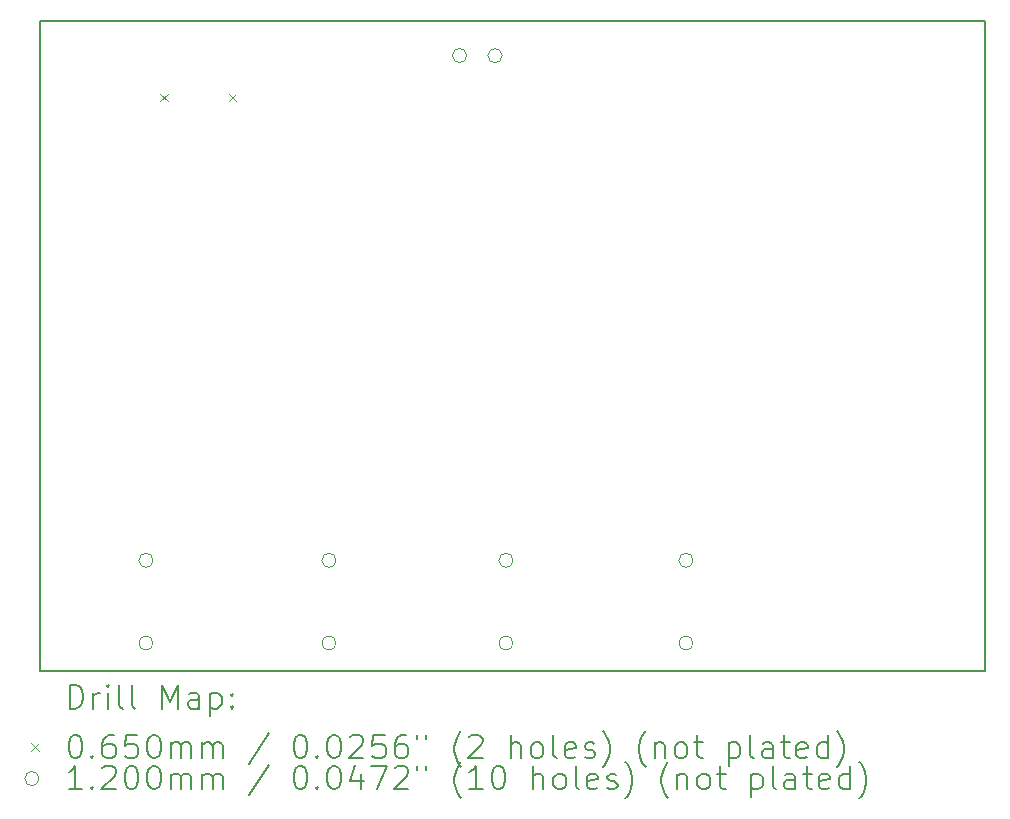
<source format=gbr>
%TF.GenerationSoftware,KiCad,Pcbnew,7.0.8*%
%TF.CreationDate,2023-12-05T20:53:18+01:00*%
%TF.ProjectId,HM_mainboard,484d5f6d-6169-46e6-926f-6172642e6b69,rev?*%
%TF.SameCoordinates,Original*%
%TF.FileFunction,Drillmap*%
%TF.FilePolarity,Positive*%
%FSLAX45Y45*%
G04 Gerber Fmt 4.5, Leading zero omitted, Abs format (unit mm)*
G04 Created by KiCad (PCBNEW 7.0.8) date 2023-12-05 20:53:18*
%MOMM*%
%LPD*%
G01*
G04 APERTURE LIST*
%ADD10C,0.200000*%
%ADD11C,0.065000*%
%ADD12C,0.120000*%
G04 APERTURE END LIST*
D10*
X11677000Y-7295000D02*
X19677000Y-7295000D01*
X19677000Y-12795000D01*
X11677000Y-12795000D01*
X11677000Y-7295000D01*
D11*
X12696000Y-7911500D02*
X12761000Y-7976500D01*
X12761000Y-7911500D02*
X12696000Y-7976500D01*
X13274000Y-7911500D02*
X13339000Y-7976500D01*
X13339000Y-7911500D02*
X13274000Y-7976500D01*
D12*
X12633000Y-11861800D02*
G75*
G03*
X12633000Y-11861800I-60000J0D01*
G01*
X12633000Y-12561800D02*
G75*
G03*
X12633000Y-12561800I-60000J0D01*
G01*
X14182400Y-11861800D02*
G75*
G03*
X14182400Y-11861800I-60000J0D01*
G01*
X14182400Y-12561800D02*
G75*
G03*
X14182400Y-12561800I-60000J0D01*
G01*
X15288500Y-7588000D02*
G75*
G03*
X15288500Y-7588000I-60000J0D01*
G01*
X15588500Y-7588000D02*
G75*
G03*
X15588500Y-7588000I-60000J0D01*
G01*
X15681000Y-11861800D02*
G75*
G03*
X15681000Y-11861800I-60000J0D01*
G01*
X15681000Y-12561800D02*
G75*
G03*
X15681000Y-12561800I-60000J0D01*
G01*
X17205000Y-11861800D02*
G75*
G03*
X17205000Y-11861800I-60000J0D01*
G01*
X17205000Y-12561800D02*
G75*
G03*
X17205000Y-12561800I-60000J0D01*
G01*
D10*
X11927777Y-13116484D02*
X11927777Y-12916484D01*
X11927777Y-12916484D02*
X11975396Y-12916484D01*
X11975396Y-12916484D02*
X12003967Y-12926008D01*
X12003967Y-12926008D02*
X12023015Y-12945055D01*
X12023015Y-12945055D02*
X12032539Y-12964103D01*
X12032539Y-12964103D02*
X12042062Y-13002198D01*
X12042062Y-13002198D02*
X12042062Y-13030769D01*
X12042062Y-13030769D02*
X12032539Y-13068865D01*
X12032539Y-13068865D02*
X12023015Y-13087912D01*
X12023015Y-13087912D02*
X12003967Y-13106960D01*
X12003967Y-13106960D02*
X11975396Y-13116484D01*
X11975396Y-13116484D02*
X11927777Y-13116484D01*
X12127777Y-13116484D02*
X12127777Y-12983150D01*
X12127777Y-13021246D02*
X12137301Y-13002198D01*
X12137301Y-13002198D02*
X12146824Y-12992674D01*
X12146824Y-12992674D02*
X12165872Y-12983150D01*
X12165872Y-12983150D02*
X12184920Y-12983150D01*
X12251586Y-13116484D02*
X12251586Y-12983150D01*
X12251586Y-12916484D02*
X12242062Y-12926008D01*
X12242062Y-12926008D02*
X12251586Y-12935531D01*
X12251586Y-12935531D02*
X12261110Y-12926008D01*
X12261110Y-12926008D02*
X12251586Y-12916484D01*
X12251586Y-12916484D02*
X12251586Y-12935531D01*
X12375396Y-13116484D02*
X12356348Y-13106960D01*
X12356348Y-13106960D02*
X12346824Y-13087912D01*
X12346824Y-13087912D02*
X12346824Y-12916484D01*
X12480158Y-13116484D02*
X12461110Y-13106960D01*
X12461110Y-13106960D02*
X12451586Y-13087912D01*
X12451586Y-13087912D02*
X12451586Y-12916484D01*
X12708729Y-13116484D02*
X12708729Y-12916484D01*
X12708729Y-12916484D02*
X12775396Y-13059341D01*
X12775396Y-13059341D02*
X12842062Y-12916484D01*
X12842062Y-12916484D02*
X12842062Y-13116484D01*
X13023015Y-13116484D02*
X13023015Y-13011722D01*
X13023015Y-13011722D02*
X13013491Y-12992674D01*
X13013491Y-12992674D02*
X12994443Y-12983150D01*
X12994443Y-12983150D02*
X12956348Y-12983150D01*
X12956348Y-12983150D02*
X12937301Y-12992674D01*
X13023015Y-13106960D02*
X13003967Y-13116484D01*
X13003967Y-13116484D02*
X12956348Y-13116484D01*
X12956348Y-13116484D02*
X12937301Y-13106960D01*
X12937301Y-13106960D02*
X12927777Y-13087912D01*
X12927777Y-13087912D02*
X12927777Y-13068865D01*
X12927777Y-13068865D02*
X12937301Y-13049817D01*
X12937301Y-13049817D02*
X12956348Y-13040293D01*
X12956348Y-13040293D02*
X13003967Y-13040293D01*
X13003967Y-13040293D02*
X13023015Y-13030769D01*
X13118253Y-12983150D02*
X13118253Y-13183150D01*
X13118253Y-12992674D02*
X13137301Y-12983150D01*
X13137301Y-12983150D02*
X13175396Y-12983150D01*
X13175396Y-12983150D02*
X13194443Y-12992674D01*
X13194443Y-12992674D02*
X13203967Y-13002198D01*
X13203967Y-13002198D02*
X13213491Y-13021246D01*
X13213491Y-13021246D02*
X13213491Y-13078388D01*
X13213491Y-13078388D02*
X13203967Y-13097436D01*
X13203967Y-13097436D02*
X13194443Y-13106960D01*
X13194443Y-13106960D02*
X13175396Y-13116484D01*
X13175396Y-13116484D02*
X13137301Y-13116484D01*
X13137301Y-13116484D02*
X13118253Y-13106960D01*
X13299205Y-13097436D02*
X13308729Y-13106960D01*
X13308729Y-13106960D02*
X13299205Y-13116484D01*
X13299205Y-13116484D02*
X13289682Y-13106960D01*
X13289682Y-13106960D02*
X13299205Y-13097436D01*
X13299205Y-13097436D02*
X13299205Y-13116484D01*
X13299205Y-12992674D02*
X13308729Y-13002198D01*
X13308729Y-13002198D02*
X13299205Y-13011722D01*
X13299205Y-13011722D02*
X13289682Y-13002198D01*
X13289682Y-13002198D02*
X13299205Y-12992674D01*
X13299205Y-12992674D02*
X13299205Y-13011722D01*
D11*
X11602000Y-13412500D02*
X11667000Y-13477500D01*
X11667000Y-13412500D02*
X11602000Y-13477500D01*
D10*
X11965872Y-13336484D02*
X11984920Y-13336484D01*
X11984920Y-13336484D02*
X12003967Y-13346008D01*
X12003967Y-13346008D02*
X12013491Y-13355531D01*
X12013491Y-13355531D02*
X12023015Y-13374579D01*
X12023015Y-13374579D02*
X12032539Y-13412674D01*
X12032539Y-13412674D02*
X12032539Y-13460293D01*
X12032539Y-13460293D02*
X12023015Y-13498388D01*
X12023015Y-13498388D02*
X12013491Y-13517436D01*
X12013491Y-13517436D02*
X12003967Y-13526960D01*
X12003967Y-13526960D02*
X11984920Y-13536484D01*
X11984920Y-13536484D02*
X11965872Y-13536484D01*
X11965872Y-13536484D02*
X11946824Y-13526960D01*
X11946824Y-13526960D02*
X11937301Y-13517436D01*
X11937301Y-13517436D02*
X11927777Y-13498388D01*
X11927777Y-13498388D02*
X11918253Y-13460293D01*
X11918253Y-13460293D02*
X11918253Y-13412674D01*
X11918253Y-13412674D02*
X11927777Y-13374579D01*
X11927777Y-13374579D02*
X11937301Y-13355531D01*
X11937301Y-13355531D02*
X11946824Y-13346008D01*
X11946824Y-13346008D02*
X11965872Y-13336484D01*
X12118253Y-13517436D02*
X12127777Y-13526960D01*
X12127777Y-13526960D02*
X12118253Y-13536484D01*
X12118253Y-13536484D02*
X12108729Y-13526960D01*
X12108729Y-13526960D02*
X12118253Y-13517436D01*
X12118253Y-13517436D02*
X12118253Y-13536484D01*
X12299205Y-13336484D02*
X12261110Y-13336484D01*
X12261110Y-13336484D02*
X12242062Y-13346008D01*
X12242062Y-13346008D02*
X12232539Y-13355531D01*
X12232539Y-13355531D02*
X12213491Y-13384103D01*
X12213491Y-13384103D02*
X12203967Y-13422198D01*
X12203967Y-13422198D02*
X12203967Y-13498388D01*
X12203967Y-13498388D02*
X12213491Y-13517436D01*
X12213491Y-13517436D02*
X12223015Y-13526960D01*
X12223015Y-13526960D02*
X12242062Y-13536484D01*
X12242062Y-13536484D02*
X12280158Y-13536484D01*
X12280158Y-13536484D02*
X12299205Y-13526960D01*
X12299205Y-13526960D02*
X12308729Y-13517436D01*
X12308729Y-13517436D02*
X12318253Y-13498388D01*
X12318253Y-13498388D02*
X12318253Y-13450769D01*
X12318253Y-13450769D02*
X12308729Y-13431722D01*
X12308729Y-13431722D02*
X12299205Y-13422198D01*
X12299205Y-13422198D02*
X12280158Y-13412674D01*
X12280158Y-13412674D02*
X12242062Y-13412674D01*
X12242062Y-13412674D02*
X12223015Y-13422198D01*
X12223015Y-13422198D02*
X12213491Y-13431722D01*
X12213491Y-13431722D02*
X12203967Y-13450769D01*
X12499205Y-13336484D02*
X12403967Y-13336484D01*
X12403967Y-13336484D02*
X12394443Y-13431722D01*
X12394443Y-13431722D02*
X12403967Y-13422198D01*
X12403967Y-13422198D02*
X12423015Y-13412674D01*
X12423015Y-13412674D02*
X12470634Y-13412674D01*
X12470634Y-13412674D02*
X12489682Y-13422198D01*
X12489682Y-13422198D02*
X12499205Y-13431722D01*
X12499205Y-13431722D02*
X12508729Y-13450769D01*
X12508729Y-13450769D02*
X12508729Y-13498388D01*
X12508729Y-13498388D02*
X12499205Y-13517436D01*
X12499205Y-13517436D02*
X12489682Y-13526960D01*
X12489682Y-13526960D02*
X12470634Y-13536484D01*
X12470634Y-13536484D02*
X12423015Y-13536484D01*
X12423015Y-13536484D02*
X12403967Y-13526960D01*
X12403967Y-13526960D02*
X12394443Y-13517436D01*
X12632539Y-13336484D02*
X12651586Y-13336484D01*
X12651586Y-13336484D02*
X12670634Y-13346008D01*
X12670634Y-13346008D02*
X12680158Y-13355531D01*
X12680158Y-13355531D02*
X12689682Y-13374579D01*
X12689682Y-13374579D02*
X12699205Y-13412674D01*
X12699205Y-13412674D02*
X12699205Y-13460293D01*
X12699205Y-13460293D02*
X12689682Y-13498388D01*
X12689682Y-13498388D02*
X12680158Y-13517436D01*
X12680158Y-13517436D02*
X12670634Y-13526960D01*
X12670634Y-13526960D02*
X12651586Y-13536484D01*
X12651586Y-13536484D02*
X12632539Y-13536484D01*
X12632539Y-13536484D02*
X12613491Y-13526960D01*
X12613491Y-13526960D02*
X12603967Y-13517436D01*
X12603967Y-13517436D02*
X12594443Y-13498388D01*
X12594443Y-13498388D02*
X12584920Y-13460293D01*
X12584920Y-13460293D02*
X12584920Y-13412674D01*
X12584920Y-13412674D02*
X12594443Y-13374579D01*
X12594443Y-13374579D02*
X12603967Y-13355531D01*
X12603967Y-13355531D02*
X12613491Y-13346008D01*
X12613491Y-13346008D02*
X12632539Y-13336484D01*
X12784920Y-13536484D02*
X12784920Y-13403150D01*
X12784920Y-13422198D02*
X12794443Y-13412674D01*
X12794443Y-13412674D02*
X12813491Y-13403150D01*
X12813491Y-13403150D02*
X12842063Y-13403150D01*
X12842063Y-13403150D02*
X12861110Y-13412674D01*
X12861110Y-13412674D02*
X12870634Y-13431722D01*
X12870634Y-13431722D02*
X12870634Y-13536484D01*
X12870634Y-13431722D02*
X12880158Y-13412674D01*
X12880158Y-13412674D02*
X12899205Y-13403150D01*
X12899205Y-13403150D02*
X12927777Y-13403150D01*
X12927777Y-13403150D02*
X12946824Y-13412674D01*
X12946824Y-13412674D02*
X12956348Y-13431722D01*
X12956348Y-13431722D02*
X12956348Y-13536484D01*
X13051586Y-13536484D02*
X13051586Y-13403150D01*
X13051586Y-13422198D02*
X13061110Y-13412674D01*
X13061110Y-13412674D02*
X13080158Y-13403150D01*
X13080158Y-13403150D02*
X13108729Y-13403150D01*
X13108729Y-13403150D02*
X13127777Y-13412674D01*
X13127777Y-13412674D02*
X13137301Y-13431722D01*
X13137301Y-13431722D02*
X13137301Y-13536484D01*
X13137301Y-13431722D02*
X13146824Y-13412674D01*
X13146824Y-13412674D02*
X13165872Y-13403150D01*
X13165872Y-13403150D02*
X13194443Y-13403150D01*
X13194443Y-13403150D02*
X13213491Y-13412674D01*
X13213491Y-13412674D02*
X13223015Y-13431722D01*
X13223015Y-13431722D02*
X13223015Y-13536484D01*
X13613491Y-13326960D02*
X13442063Y-13584103D01*
X13870634Y-13336484D02*
X13889682Y-13336484D01*
X13889682Y-13336484D02*
X13908729Y-13346008D01*
X13908729Y-13346008D02*
X13918253Y-13355531D01*
X13918253Y-13355531D02*
X13927777Y-13374579D01*
X13927777Y-13374579D02*
X13937301Y-13412674D01*
X13937301Y-13412674D02*
X13937301Y-13460293D01*
X13937301Y-13460293D02*
X13927777Y-13498388D01*
X13927777Y-13498388D02*
X13918253Y-13517436D01*
X13918253Y-13517436D02*
X13908729Y-13526960D01*
X13908729Y-13526960D02*
X13889682Y-13536484D01*
X13889682Y-13536484D02*
X13870634Y-13536484D01*
X13870634Y-13536484D02*
X13851586Y-13526960D01*
X13851586Y-13526960D02*
X13842063Y-13517436D01*
X13842063Y-13517436D02*
X13832539Y-13498388D01*
X13832539Y-13498388D02*
X13823015Y-13460293D01*
X13823015Y-13460293D02*
X13823015Y-13412674D01*
X13823015Y-13412674D02*
X13832539Y-13374579D01*
X13832539Y-13374579D02*
X13842063Y-13355531D01*
X13842063Y-13355531D02*
X13851586Y-13346008D01*
X13851586Y-13346008D02*
X13870634Y-13336484D01*
X14023015Y-13517436D02*
X14032539Y-13526960D01*
X14032539Y-13526960D02*
X14023015Y-13536484D01*
X14023015Y-13536484D02*
X14013491Y-13526960D01*
X14013491Y-13526960D02*
X14023015Y-13517436D01*
X14023015Y-13517436D02*
X14023015Y-13536484D01*
X14156348Y-13336484D02*
X14175396Y-13336484D01*
X14175396Y-13336484D02*
X14194444Y-13346008D01*
X14194444Y-13346008D02*
X14203967Y-13355531D01*
X14203967Y-13355531D02*
X14213491Y-13374579D01*
X14213491Y-13374579D02*
X14223015Y-13412674D01*
X14223015Y-13412674D02*
X14223015Y-13460293D01*
X14223015Y-13460293D02*
X14213491Y-13498388D01*
X14213491Y-13498388D02*
X14203967Y-13517436D01*
X14203967Y-13517436D02*
X14194444Y-13526960D01*
X14194444Y-13526960D02*
X14175396Y-13536484D01*
X14175396Y-13536484D02*
X14156348Y-13536484D01*
X14156348Y-13536484D02*
X14137301Y-13526960D01*
X14137301Y-13526960D02*
X14127777Y-13517436D01*
X14127777Y-13517436D02*
X14118253Y-13498388D01*
X14118253Y-13498388D02*
X14108729Y-13460293D01*
X14108729Y-13460293D02*
X14108729Y-13412674D01*
X14108729Y-13412674D02*
X14118253Y-13374579D01*
X14118253Y-13374579D02*
X14127777Y-13355531D01*
X14127777Y-13355531D02*
X14137301Y-13346008D01*
X14137301Y-13346008D02*
X14156348Y-13336484D01*
X14299206Y-13355531D02*
X14308729Y-13346008D01*
X14308729Y-13346008D02*
X14327777Y-13336484D01*
X14327777Y-13336484D02*
X14375396Y-13336484D01*
X14375396Y-13336484D02*
X14394444Y-13346008D01*
X14394444Y-13346008D02*
X14403967Y-13355531D01*
X14403967Y-13355531D02*
X14413491Y-13374579D01*
X14413491Y-13374579D02*
X14413491Y-13393627D01*
X14413491Y-13393627D02*
X14403967Y-13422198D01*
X14403967Y-13422198D02*
X14289682Y-13536484D01*
X14289682Y-13536484D02*
X14413491Y-13536484D01*
X14594444Y-13336484D02*
X14499206Y-13336484D01*
X14499206Y-13336484D02*
X14489682Y-13431722D01*
X14489682Y-13431722D02*
X14499206Y-13422198D01*
X14499206Y-13422198D02*
X14518253Y-13412674D01*
X14518253Y-13412674D02*
X14565872Y-13412674D01*
X14565872Y-13412674D02*
X14584920Y-13422198D01*
X14584920Y-13422198D02*
X14594444Y-13431722D01*
X14594444Y-13431722D02*
X14603967Y-13450769D01*
X14603967Y-13450769D02*
X14603967Y-13498388D01*
X14603967Y-13498388D02*
X14594444Y-13517436D01*
X14594444Y-13517436D02*
X14584920Y-13526960D01*
X14584920Y-13526960D02*
X14565872Y-13536484D01*
X14565872Y-13536484D02*
X14518253Y-13536484D01*
X14518253Y-13536484D02*
X14499206Y-13526960D01*
X14499206Y-13526960D02*
X14489682Y-13517436D01*
X14775396Y-13336484D02*
X14737301Y-13336484D01*
X14737301Y-13336484D02*
X14718253Y-13346008D01*
X14718253Y-13346008D02*
X14708729Y-13355531D01*
X14708729Y-13355531D02*
X14689682Y-13384103D01*
X14689682Y-13384103D02*
X14680158Y-13422198D01*
X14680158Y-13422198D02*
X14680158Y-13498388D01*
X14680158Y-13498388D02*
X14689682Y-13517436D01*
X14689682Y-13517436D02*
X14699206Y-13526960D01*
X14699206Y-13526960D02*
X14718253Y-13536484D01*
X14718253Y-13536484D02*
X14756348Y-13536484D01*
X14756348Y-13536484D02*
X14775396Y-13526960D01*
X14775396Y-13526960D02*
X14784920Y-13517436D01*
X14784920Y-13517436D02*
X14794444Y-13498388D01*
X14794444Y-13498388D02*
X14794444Y-13450769D01*
X14794444Y-13450769D02*
X14784920Y-13431722D01*
X14784920Y-13431722D02*
X14775396Y-13422198D01*
X14775396Y-13422198D02*
X14756348Y-13412674D01*
X14756348Y-13412674D02*
X14718253Y-13412674D01*
X14718253Y-13412674D02*
X14699206Y-13422198D01*
X14699206Y-13422198D02*
X14689682Y-13431722D01*
X14689682Y-13431722D02*
X14680158Y-13450769D01*
X14870634Y-13336484D02*
X14870634Y-13374579D01*
X14946825Y-13336484D02*
X14946825Y-13374579D01*
X15242063Y-13612674D02*
X15232539Y-13603150D01*
X15232539Y-13603150D02*
X15213491Y-13574579D01*
X15213491Y-13574579D02*
X15203968Y-13555531D01*
X15203968Y-13555531D02*
X15194444Y-13526960D01*
X15194444Y-13526960D02*
X15184920Y-13479341D01*
X15184920Y-13479341D02*
X15184920Y-13441246D01*
X15184920Y-13441246D02*
X15194444Y-13393627D01*
X15194444Y-13393627D02*
X15203968Y-13365055D01*
X15203968Y-13365055D02*
X15213491Y-13346008D01*
X15213491Y-13346008D02*
X15232539Y-13317436D01*
X15232539Y-13317436D02*
X15242063Y-13307912D01*
X15308729Y-13355531D02*
X15318253Y-13346008D01*
X15318253Y-13346008D02*
X15337301Y-13336484D01*
X15337301Y-13336484D02*
X15384920Y-13336484D01*
X15384920Y-13336484D02*
X15403968Y-13346008D01*
X15403968Y-13346008D02*
X15413491Y-13355531D01*
X15413491Y-13355531D02*
X15423015Y-13374579D01*
X15423015Y-13374579D02*
X15423015Y-13393627D01*
X15423015Y-13393627D02*
X15413491Y-13422198D01*
X15413491Y-13422198D02*
X15299206Y-13536484D01*
X15299206Y-13536484D02*
X15423015Y-13536484D01*
X15661110Y-13536484D02*
X15661110Y-13336484D01*
X15746825Y-13536484D02*
X15746825Y-13431722D01*
X15746825Y-13431722D02*
X15737301Y-13412674D01*
X15737301Y-13412674D02*
X15718253Y-13403150D01*
X15718253Y-13403150D02*
X15689682Y-13403150D01*
X15689682Y-13403150D02*
X15670634Y-13412674D01*
X15670634Y-13412674D02*
X15661110Y-13422198D01*
X15870634Y-13536484D02*
X15851587Y-13526960D01*
X15851587Y-13526960D02*
X15842063Y-13517436D01*
X15842063Y-13517436D02*
X15832539Y-13498388D01*
X15832539Y-13498388D02*
X15832539Y-13441246D01*
X15832539Y-13441246D02*
X15842063Y-13422198D01*
X15842063Y-13422198D02*
X15851587Y-13412674D01*
X15851587Y-13412674D02*
X15870634Y-13403150D01*
X15870634Y-13403150D02*
X15899206Y-13403150D01*
X15899206Y-13403150D02*
X15918253Y-13412674D01*
X15918253Y-13412674D02*
X15927777Y-13422198D01*
X15927777Y-13422198D02*
X15937301Y-13441246D01*
X15937301Y-13441246D02*
X15937301Y-13498388D01*
X15937301Y-13498388D02*
X15927777Y-13517436D01*
X15927777Y-13517436D02*
X15918253Y-13526960D01*
X15918253Y-13526960D02*
X15899206Y-13536484D01*
X15899206Y-13536484D02*
X15870634Y-13536484D01*
X16051587Y-13536484D02*
X16032539Y-13526960D01*
X16032539Y-13526960D02*
X16023015Y-13507912D01*
X16023015Y-13507912D02*
X16023015Y-13336484D01*
X16203968Y-13526960D02*
X16184920Y-13536484D01*
X16184920Y-13536484D02*
X16146825Y-13536484D01*
X16146825Y-13536484D02*
X16127777Y-13526960D01*
X16127777Y-13526960D02*
X16118253Y-13507912D01*
X16118253Y-13507912D02*
X16118253Y-13431722D01*
X16118253Y-13431722D02*
X16127777Y-13412674D01*
X16127777Y-13412674D02*
X16146825Y-13403150D01*
X16146825Y-13403150D02*
X16184920Y-13403150D01*
X16184920Y-13403150D02*
X16203968Y-13412674D01*
X16203968Y-13412674D02*
X16213491Y-13431722D01*
X16213491Y-13431722D02*
X16213491Y-13450769D01*
X16213491Y-13450769D02*
X16118253Y-13469817D01*
X16289682Y-13526960D02*
X16308730Y-13536484D01*
X16308730Y-13536484D02*
X16346825Y-13536484D01*
X16346825Y-13536484D02*
X16365872Y-13526960D01*
X16365872Y-13526960D02*
X16375396Y-13507912D01*
X16375396Y-13507912D02*
X16375396Y-13498388D01*
X16375396Y-13498388D02*
X16365872Y-13479341D01*
X16365872Y-13479341D02*
X16346825Y-13469817D01*
X16346825Y-13469817D02*
X16318253Y-13469817D01*
X16318253Y-13469817D02*
X16299206Y-13460293D01*
X16299206Y-13460293D02*
X16289682Y-13441246D01*
X16289682Y-13441246D02*
X16289682Y-13431722D01*
X16289682Y-13431722D02*
X16299206Y-13412674D01*
X16299206Y-13412674D02*
X16318253Y-13403150D01*
X16318253Y-13403150D02*
X16346825Y-13403150D01*
X16346825Y-13403150D02*
X16365872Y-13412674D01*
X16442063Y-13612674D02*
X16451587Y-13603150D01*
X16451587Y-13603150D02*
X16470634Y-13574579D01*
X16470634Y-13574579D02*
X16480158Y-13555531D01*
X16480158Y-13555531D02*
X16489682Y-13526960D01*
X16489682Y-13526960D02*
X16499206Y-13479341D01*
X16499206Y-13479341D02*
X16499206Y-13441246D01*
X16499206Y-13441246D02*
X16489682Y-13393627D01*
X16489682Y-13393627D02*
X16480158Y-13365055D01*
X16480158Y-13365055D02*
X16470634Y-13346008D01*
X16470634Y-13346008D02*
X16451587Y-13317436D01*
X16451587Y-13317436D02*
X16442063Y-13307912D01*
X16803968Y-13612674D02*
X16794444Y-13603150D01*
X16794444Y-13603150D02*
X16775396Y-13574579D01*
X16775396Y-13574579D02*
X16765872Y-13555531D01*
X16765872Y-13555531D02*
X16756349Y-13526960D01*
X16756349Y-13526960D02*
X16746825Y-13479341D01*
X16746825Y-13479341D02*
X16746825Y-13441246D01*
X16746825Y-13441246D02*
X16756349Y-13393627D01*
X16756349Y-13393627D02*
X16765872Y-13365055D01*
X16765872Y-13365055D02*
X16775396Y-13346008D01*
X16775396Y-13346008D02*
X16794444Y-13317436D01*
X16794444Y-13317436D02*
X16803968Y-13307912D01*
X16880158Y-13403150D02*
X16880158Y-13536484D01*
X16880158Y-13422198D02*
X16889682Y-13412674D01*
X16889682Y-13412674D02*
X16908730Y-13403150D01*
X16908730Y-13403150D02*
X16937301Y-13403150D01*
X16937301Y-13403150D02*
X16956349Y-13412674D01*
X16956349Y-13412674D02*
X16965873Y-13431722D01*
X16965873Y-13431722D02*
X16965873Y-13536484D01*
X17089682Y-13536484D02*
X17070634Y-13526960D01*
X17070634Y-13526960D02*
X17061111Y-13517436D01*
X17061111Y-13517436D02*
X17051587Y-13498388D01*
X17051587Y-13498388D02*
X17051587Y-13441246D01*
X17051587Y-13441246D02*
X17061111Y-13422198D01*
X17061111Y-13422198D02*
X17070634Y-13412674D01*
X17070634Y-13412674D02*
X17089682Y-13403150D01*
X17089682Y-13403150D02*
X17118254Y-13403150D01*
X17118254Y-13403150D02*
X17137301Y-13412674D01*
X17137301Y-13412674D02*
X17146825Y-13422198D01*
X17146825Y-13422198D02*
X17156349Y-13441246D01*
X17156349Y-13441246D02*
X17156349Y-13498388D01*
X17156349Y-13498388D02*
X17146825Y-13517436D01*
X17146825Y-13517436D02*
X17137301Y-13526960D01*
X17137301Y-13526960D02*
X17118254Y-13536484D01*
X17118254Y-13536484D02*
X17089682Y-13536484D01*
X17213492Y-13403150D02*
X17289682Y-13403150D01*
X17242063Y-13336484D02*
X17242063Y-13507912D01*
X17242063Y-13507912D02*
X17251587Y-13526960D01*
X17251587Y-13526960D02*
X17270634Y-13536484D01*
X17270634Y-13536484D02*
X17289682Y-13536484D01*
X17508730Y-13403150D02*
X17508730Y-13603150D01*
X17508730Y-13412674D02*
X17527777Y-13403150D01*
X17527777Y-13403150D02*
X17565873Y-13403150D01*
X17565873Y-13403150D02*
X17584920Y-13412674D01*
X17584920Y-13412674D02*
X17594444Y-13422198D01*
X17594444Y-13422198D02*
X17603968Y-13441246D01*
X17603968Y-13441246D02*
X17603968Y-13498388D01*
X17603968Y-13498388D02*
X17594444Y-13517436D01*
X17594444Y-13517436D02*
X17584920Y-13526960D01*
X17584920Y-13526960D02*
X17565873Y-13536484D01*
X17565873Y-13536484D02*
X17527777Y-13536484D01*
X17527777Y-13536484D02*
X17508730Y-13526960D01*
X17718254Y-13536484D02*
X17699206Y-13526960D01*
X17699206Y-13526960D02*
X17689682Y-13507912D01*
X17689682Y-13507912D02*
X17689682Y-13336484D01*
X17880158Y-13536484D02*
X17880158Y-13431722D01*
X17880158Y-13431722D02*
X17870635Y-13412674D01*
X17870635Y-13412674D02*
X17851587Y-13403150D01*
X17851587Y-13403150D02*
X17813492Y-13403150D01*
X17813492Y-13403150D02*
X17794444Y-13412674D01*
X17880158Y-13526960D02*
X17861111Y-13536484D01*
X17861111Y-13536484D02*
X17813492Y-13536484D01*
X17813492Y-13536484D02*
X17794444Y-13526960D01*
X17794444Y-13526960D02*
X17784920Y-13507912D01*
X17784920Y-13507912D02*
X17784920Y-13488865D01*
X17784920Y-13488865D02*
X17794444Y-13469817D01*
X17794444Y-13469817D02*
X17813492Y-13460293D01*
X17813492Y-13460293D02*
X17861111Y-13460293D01*
X17861111Y-13460293D02*
X17880158Y-13450769D01*
X17946825Y-13403150D02*
X18023015Y-13403150D01*
X17975396Y-13336484D02*
X17975396Y-13507912D01*
X17975396Y-13507912D02*
X17984920Y-13526960D01*
X17984920Y-13526960D02*
X18003968Y-13536484D01*
X18003968Y-13536484D02*
X18023015Y-13536484D01*
X18165873Y-13526960D02*
X18146825Y-13536484D01*
X18146825Y-13536484D02*
X18108730Y-13536484D01*
X18108730Y-13536484D02*
X18089682Y-13526960D01*
X18089682Y-13526960D02*
X18080158Y-13507912D01*
X18080158Y-13507912D02*
X18080158Y-13431722D01*
X18080158Y-13431722D02*
X18089682Y-13412674D01*
X18089682Y-13412674D02*
X18108730Y-13403150D01*
X18108730Y-13403150D02*
X18146825Y-13403150D01*
X18146825Y-13403150D02*
X18165873Y-13412674D01*
X18165873Y-13412674D02*
X18175396Y-13431722D01*
X18175396Y-13431722D02*
X18175396Y-13450769D01*
X18175396Y-13450769D02*
X18080158Y-13469817D01*
X18346825Y-13536484D02*
X18346825Y-13336484D01*
X18346825Y-13526960D02*
X18327777Y-13536484D01*
X18327777Y-13536484D02*
X18289682Y-13536484D01*
X18289682Y-13536484D02*
X18270635Y-13526960D01*
X18270635Y-13526960D02*
X18261111Y-13517436D01*
X18261111Y-13517436D02*
X18251587Y-13498388D01*
X18251587Y-13498388D02*
X18251587Y-13441246D01*
X18251587Y-13441246D02*
X18261111Y-13422198D01*
X18261111Y-13422198D02*
X18270635Y-13412674D01*
X18270635Y-13412674D02*
X18289682Y-13403150D01*
X18289682Y-13403150D02*
X18327777Y-13403150D01*
X18327777Y-13403150D02*
X18346825Y-13412674D01*
X18423016Y-13612674D02*
X18432539Y-13603150D01*
X18432539Y-13603150D02*
X18451587Y-13574579D01*
X18451587Y-13574579D02*
X18461111Y-13555531D01*
X18461111Y-13555531D02*
X18470635Y-13526960D01*
X18470635Y-13526960D02*
X18480158Y-13479341D01*
X18480158Y-13479341D02*
X18480158Y-13441246D01*
X18480158Y-13441246D02*
X18470635Y-13393627D01*
X18470635Y-13393627D02*
X18461111Y-13365055D01*
X18461111Y-13365055D02*
X18451587Y-13346008D01*
X18451587Y-13346008D02*
X18432539Y-13317436D01*
X18432539Y-13317436D02*
X18423016Y-13307912D01*
D12*
X11667000Y-13709000D02*
G75*
G03*
X11667000Y-13709000I-60000J0D01*
G01*
D10*
X12032539Y-13800484D02*
X11918253Y-13800484D01*
X11975396Y-13800484D02*
X11975396Y-13600484D01*
X11975396Y-13600484D02*
X11956348Y-13629055D01*
X11956348Y-13629055D02*
X11937301Y-13648103D01*
X11937301Y-13648103D02*
X11918253Y-13657627D01*
X12118253Y-13781436D02*
X12127777Y-13790960D01*
X12127777Y-13790960D02*
X12118253Y-13800484D01*
X12118253Y-13800484D02*
X12108729Y-13790960D01*
X12108729Y-13790960D02*
X12118253Y-13781436D01*
X12118253Y-13781436D02*
X12118253Y-13800484D01*
X12203967Y-13619531D02*
X12213491Y-13610008D01*
X12213491Y-13610008D02*
X12232539Y-13600484D01*
X12232539Y-13600484D02*
X12280158Y-13600484D01*
X12280158Y-13600484D02*
X12299205Y-13610008D01*
X12299205Y-13610008D02*
X12308729Y-13619531D01*
X12308729Y-13619531D02*
X12318253Y-13638579D01*
X12318253Y-13638579D02*
X12318253Y-13657627D01*
X12318253Y-13657627D02*
X12308729Y-13686198D01*
X12308729Y-13686198D02*
X12194443Y-13800484D01*
X12194443Y-13800484D02*
X12318253Y-13800484D01*
X12442062Y-13600484D02*
X12461110Y-13600484D01*
X12461110Y-13600484D02*
X12480158Y-13610008D01*
X12480158Y-13610008D02*
X12489682Y-13619531D01*
X12489682Y-13619531D02*
X12499205Y-13638579D01*
X12499205Y-13638579D02*
X12508729Y-13676674D01*
X12508729Y-13676674D02*
X12508729Y-13724293D01*
X12508729Y-13724293D02*
X12499205Y-13762388D01*
X12499205Y-13762388D02*
X12489682Y-13781436D01*
X12489682Y-13781436D02*
X12480158Y-13790960D01*
X12480158Y-13790960D02*
X12461110Y-13800484D01*
X12461110Y-13800484D02*
X12442062Y-13800484D01*
X12442062Y-13800484D02*
X12423015Y-13790960D01*
X12423015Y-13790960D02*
X12413491Y-13781436D01*
X12413491Y-13781436D02*
X12403967Y-13762388D01*
X12403967Y-13762388D02*
X12394443Y-13724293D01*
X12394443Y-13724293D02*
X12394443Y-13676674D01*
X12394443Y-13676674D02*
X12403967Y-13638579D01*
X12403967Y-13638579D02*
X12413491Y-13619531D01*
X12413491Y-13619531D02*
X12423015Y-13610008D01*
X12423015Y-13610008D02*
X12442062Y-13600484D01*
X12632539Y-13600484D02*
X12651586Y-13600484D01*
X12651586Y-13600484D02*
X12670634Y-13610008D01*
X12670634Y-13610008D02*
X12680158Y-13619531D01*
X12680158Y-13619531D02*
X12689682Y-13638579D01*
X12689682Y-13638579D02*
X12699205Y-13676674D01*
X12699205Y-13676674D02*
X12699205Y-13724293D01*
X12699205Y-13724293D02*
X12689682Y-13762388D01*
X12689682Y-13762388D02*
X12680158Y-13781436D01*
X12680158Y-13781436D02*
X12670634Y-13790960D01*
X12670634Y-13790960D02*
X12651586Y-13800484D01*
X12651586Y-13800484D02*
X12632539Y-13800484D01*
X12632539Y-13800484D02*
X12613491Y-13790960D01*
X12613491Y-13790960D02*
X12603967Y-13781436D01*
X12603967Y-13781436D02*
X12594443Y-13762388D01*
X12594443Y-13762388D02*
X12584920Y-13724293D01*
X12584920Y-13724293D02*
X12584920Y-13676674D01*
X12584920Y-13676674D02*
X12594443Y-13638579D01*
X12594443Y-13638579D02*
X12603967Y-13619531D01*
X12603967Y-13619531D02*
X12613491Y-13610008D01*
X12613491Y-13610008D02*
X12632539Y-13600484D01*
X12784920Y-13800484D02*
X12784920Y-13667150D01*
X12784920Y-13686198D02*
X12794443Y-13676674D01*
X12794443Y-13676674D02*
X12813491Y-13667150D01*
X12813491Y-13667150D02*
X12842063Y-13667150D01*
X12842063Y-13667150D02*
X12861110Y-13676674D01*
X12861110Y-13676674D02*
X12870634Y-13695722D01*
X12870634Y-13695722D02*
X12870634Y-13800484D01*
X12870634Y-13695722D02*
X12880158Y-13676674D01*
X12880158Y-13676674D02*
X12899205Y-13667150D01*
X12899205Y-13667150D02*
X12927777Y-13667150D01*
X12927777Y-13667150D02*
X12946824Y-13676674D01*
X12946824Y-13676674D02*
X12956348Y-13695722D01*
X12956348Y-13695722D02*
X12956348Y-13800484D01*
X13051586Y-13800484D02*
X13051586Y-13667150D01*
X13051586Y-13686198D02*
X13061110Y-13676674D01*
X13061110Y-13676674D02*
X13080158Y-13667150D01*
X13080158Y-13667150D02*
X13108729Y-13667150D01*
X13108729Y-13667150D02*
X13127777Y-13676674D01*
X13127777Y-13676674D02*
X13137301Y-13695722D01*
X13137301Y-13695722D02*
X13137301Y-13800484D01*
X13137301Y-13695722D02*
X13146824Y-13676674D01*
X13146824Y-13676674D02*
X13165872Y-13667150D01*
X13165872Y-13667150D02*
X13194443Y-13667150D01*
X13194443Y-13667150D02*
X13213491Y-13676674D01*
X13213491Y-13676674D02*
X13223015Y-13695722D01*
X13223015Y-13695722D02*
X13223015Y-13800484D01*
X13613491Y-13590960D02*
X13442063Y-13848103D01*
X13870634Y-13600484D02*
X13889682Y-13600484D01*
X13889682Y-13600484D02*
X13908729Y-13610008D01*
X13908729Y-13610008D02*
X13918253Y-13619531D01*
X13918253Y-13619531D02*
X13927777Y-13638579D01*
X13927777Y-13638579D02*
X13937301Y-13676674D01*
X13937301Y-13676674D02*
X13937301Y-13724293D01*
X13937301Y-13724293D02*
X13927777Y-13762388D01*
X13927777Y-13762388D02*
X13918253Y-13781436D01*
X13918253Y-13781436D02*
X13908729Y-13790960D01*
X13908729Y-13790960D02*
X13889682Y-13800484D01*
X13889682Y-13800484D02*
X13870634Y-13800484D01*
X13870634Y-13800484D02*
X13851586Y-13790960D01*
X13851586Y-13790960D02*
X13842063Y-13781436D01*
X13842063Y-13781436D02*
X13832539Y-13762388D01*
X13832539Y-13762388D02*
X13823015Y-13724293D01*
X13823015Y-13724293D02*
X13823015Y-13676674D01*
X13823015Y-13676674D02*
X13832539Y-13638579D01*
X13832539Y-13638579D02*
X13842063Y-13619531D01*
X13842063Y-13619531D02*
X13851586Y-13610008D01*
X13851586Y-13610008D02*
X13870634Y-13600484D01*
X14023015Y-13781436D02*
X14032539Y-13790960D01*
X14032539Y-13790960D02*
X14023015Y-13800484D01*
X14023015Y-13800484D02*
X14013491Y-13790960D01*
X14013491Y-13790960D02*
X14023015Y-13781436D01*
X14023015Y-13781436D02*
X14023015Y-13800484D01*
X14156348Y-13600484D02*
X14175396Y-13600484D01*
X14175396Y-13600484D02*
X14194444Y-13610008D01*
X14194444Y-13610008D02*
X14203967Y-13619531D01*
X14203967Y-13619531D02*
X14213491Y-13638579D01*
X14213491Y-13638579D02*
X14223015Y-13676674D01*
X14223015Y-13676674D02*
X14223015Y-13724293D01*
X14223015Y-13724293D02*
X14213491Y-13762388D01*
X14213491Y-13762388D02*
X14203967Y-13781436D01*
X14203967Y-13781436D02*
X14194444Y-13790960D01*
X14194444Y-13790960D02*
X14175396Y-13800484D01*
X14175396Y-13800484D02*
X14156348Y-13800484D01*
X14156348Y-13800484D02*
X14137301Y-13790960D01*
X14137301Y-13790960D02*
X14127777Y-13781436D01*
X14127777Y-13781436D02*
X14118253Y-13762388D01*
X14118253Y-13762388D02*
X14108729Y-13724293D01*
X14108729Y-13724293D02*
X14108729Y-13676674D01*
X14108729Y-13676674D02*
X14118253Y-13638579D01*
X14118253Y-13638579D02*
X14127777Y-13619531D01*
X14127777Y-13619531D02*
X14137301Y-13610008D01*
X14137301Y-13610008D02*
X14156348Y-13600484D01*
X14394444Y-13667150D02*
X14394444Y-13800484D01*
X14346825Y-13590960D02*
X14299206Y-13733817D01*
X14299206Y-13733817D02*
X14423015Y-13733817D01*
X14480158Y-13600484D02*
X14613491Y-13600484D01*
X14613491Y-13600484D02*
X14527777Y-13800484D01*
X14680158Y-13619531D02*
X14689682Y-13610008D01*
X14689682Y-13610008D02*
X14708729Y-13600484D01*
X14708729Y-13600484D02*
X14756348Y-13600484D01*
X14756348Y-13600484D02*
X14775396Y-13610008D01*
X14775396Y-13610008D02*
X14784920Y-13619531D01*
X14784920Y-13619531D02*
X14794444Y-13638579D01*
X14794444Y-13638579D02*
X14794444Y-13657627D01*
X14794444Y-13657627D02*
X14784920Y-13686198D01*
X14784920Y-13686198D02*
X14670634Y-13800484D01*
X14670634Y-13800484D02*
X14794444Y-13800484D01*
X14870634Y-13600484D02*
X14870634Y-13638579D01*
X14946825Y-13600484D02*
X14946825Y-13638579D01*
X15242063Y-13876674D02*
X15232539Y-13867150D01*
X15232539Y-13867150D02*
X15213491Y-13838579D01*
X15213491Y-13838579D02*
X15203968Y-13819531D01*
X15203968Y-13819531D02*
X15194444Y-13790960D01*
X15194444Y-13790960D02*
X15184920Y-13743341D01*
X15184920Y-13743341D02*
X15184920Y-13705246D01*
X15184920Y-13705246D02*
X15194444Y-13657627D01*
X15194444Y-13657627D02*
X15203968Y-13629055D01*
X15203968Y-13629055D02*
X15213491Y-13610008D01*
X15213491Y-13610008D02*
X15232539Y-13581436D01*
X15232539Y-13581436D02*
X15242063Y-13571912D01*
X15423015Y-13800484D02*
X15308729Y-13800484D01*
X15365872Y-13800484D02*
X15365872Y-13600484D01*
X15365872Y-13600484D02*
X15346825Y-13629055D01*
X15346825Y-13629055D02*
X15327777Y-13648103D01*
X15327777Y-13648103D02*
X15308729Y-13657627D01*
X15546825Y-13600484D02*
X15565872Y-13600484D01*
X15565872Y-13600484D02*
X15584920Y-13610008D01*
X15584920Y-13610008D02*
X15594444Y-13619531D01*
X15594444Y-13619531D02*
X15603968Y-13638579D01*
X15603968Y-13638579D02*
X15613491Y-13676674D01*
X15613491Y-13676674D02*
X15613491Y-13724293D01*
X15613491Y-13724293D02*
X15603968Y-13762388D01*
X15603968Y-13762388D02*
X15594444Y-13781436D01*
X15594444Y-13781436D02*
X15584920Y-13790960D01*
X15584920Y-13790960D02*
X15565872Y-13800484D01*
X15565872Y-13800484D02*
X15546825Y-13800484D01*
X15546825Y-13800484D02*
X15527777Y-13790960D01*
X15527777Y-13790960D02*
X15518253Y-13781436D01*
X15518253Y-13781436D02*
X15508729Y-13762388D01*
X15508729Y-13762388D02*
X15499206Y-13724293D01*
X15499206Y-13724293D02*
X15499206Y-13676674D01*
X15499206Y-13676674D02*
X15508729Y-13638579D01*
X15508729Y-13638579D02*
X15518253Y-13619531D01*
X15518253Y-13619531D02*
X15527777Y-13610008D01*
X15527777Y-13610008D02*
X15546825Y-13600484D01*
X15851587Y-13800484D02*
X15851587Y-13600484D01*
X15937301Y-13800484D02*
X15937301Y-13695722D01*
X15937301Y-13695722D02*
X15927777Y-13676674D01*
X15927777Y-13676674D02*
X15908730Y-13667150D01*
X15908730Y-13667150D02*
X15880158Y-13667150D01*
X15880158Y-13667150D02*
X15861110Y-13676674D01*
X15861110Y-13676674D02*
X15851587Y-13686198D01*
X16061110Y-13800484D02*
X16042063Y-13790960D01*
X16042063Y-13790960D02*
X16032539Y-13781436D01*
X16032539Y-13781436D02*
X16023015Y-13762388D01*
X16023015Y-13762388D02*
X16023015Y-13705246D01*
X16023015Y-13705246D02*
X16032539Y-13686198D01*
X16032539Y-13686198D02*
X16042063Y-13676674D01*
X16042063Y-13676674D02*
X16061110Y-13667150D01*
X16061110Y-13667150D02*
X16089682Y-13667150D01*
X16089682Y-13667150D02*
X16108730Y-13676674D01*
X16108730Y-13676674D02*
X16118253Y-13686198D01*
X16118253Y-13686198D02*
X16127777Y-13705246D01*
X16127777Y-13705246D02*
X16127777Y-13762388D01*
X16127777Y-13762388D02*
X16118253Y-13781436D01*
X16118253Y-13781436D02*
X16108730Y-13790960D01*
X16108730Y-13790960D02*
X16089682Y-13800484D01*
X16089682Y-13800484D02*
X16061110Y-13800484D01*
X16242063Y-13800484D02*
X16223015Y-13790960D01*
X16223015Y-13790960D02*
X16213491Y-13771912D01*
X16213491Y-13771912D02*
X16213491Y-13600484D01*
X16394444Y-13790960D02*
X16375396Y-13800484D01*
X16375396Y-13800484D02*
X16337301Y-13800484D01*
X16337301Y-13800484D02*
X16318253Y-13790960D01*
X16318253Y-13790960D02*
X16308730Y-13771912D01*
X16308730Y-13771912D02*
X16308730Y-13695722D01*
X16308730Y-13695722D02*
X16318253Y-13676674D01*
X16318253Y-13676674D02*
X16337301Y-13667150D01*
X16337301Y-13667150D02*
X16375396Y-13667150D01*
X16375396Y-13667150D02*
X16394444Y-13676674D01*
X16394444Y-13676674D02*
X16403968Y-13695722D01*
X16403968Y-13695722D02*
X16403968Y-13714769D01*
X16403968Y-13714769D02*
X16308730Y-13733817D01*
X16480158Y-13790960D02*
X16499206Y-13800484D01*
X16499206Y-13800484D02*
X16537301Y-13800484D01*
X16537301Y-13800484D02*
X16556349Y-13790960D01*
X16556349Y-13790960D02*
X16565872Y-13771912D01*
X16565872Y-13771912D02*
X16565872Y-13762388D01*
X16565872Y-13762388D02*
X16556349Y-13743341D01*
X16556349Y-13743341D02*
X16537301Y-13733817D01*
X16537301Y-13733817D02*
X16508730Y-13733817D01*
X16508730Y-13733817D02*
X16489682Y-13724293D01*
X16489682Y-13724293D02*
X16480158Y-13705246D01*
X16480158Y-13705246D02*
X16480158Y-13695722D01*
X16480158Y-13695722D02*
X16489682Y-13676674D01*
X16489682Y-13676674D02*
X16508730Y-13667150D01*
X16508730Y-13667150D02*
X16537301Y-13667150D01*
X16537301Y-13667150D02*
X16556349Y-13676674D01*
X16632539Y-13876674D02*
X16642063Y-13867150D01*
X16642063Y-13867150D02*
X16661111Y-13838579D01*
X16661111Y-13838579D02*
X16670634Y-13819531D01*
X16670634Y-13819531D02*
X16680158Y-13790960D01*
X16680158Y-13790960D02*
X16689682Y-13743341D01*
X16689682Y-13743341D02*
X16689682Y-13705246D01*
X16689682Y-13705246D02*
X16680158Y-13657627D01*
X16680158Y-13657627D02*
X16670634Y-13629055D01*
X16670634Y-13629055D02*
X16661111Y-13610008D01*
X16661111Y-13610008D02*
X16642063Y-13581436D01*
X16642063Y-13581436D02*
X16632539Y-13571912D01*
X16994444Y-13876674D02*
X16984920Y-13867150D01*
X16984920Y-13867150D02*
X16965873Y-13838579D01*
X16965873Y-13838579D02*
X16956349Y-13819531D01*
X16956349Y-13819531D02*
X16946825Y-13790960D01*
X16946825Y-13790960D02*
X16937301Y-13743341D01*
X16937301Y-13743341D02*
X16937301Y-13705246D01*
X16937301Y-13705246D02*
X16946825Y-13657627D01*
X16946825Y-13657627D02*
X16956349Y-13629055D01*
X16956349Y-13629055D02*
X16965873Y-13610008D01*
X16965873Y-13610008D02*
X16984920Y-13581436D01*
X16984920Y-13581436D02*
X16994444Y-13571912D01*
X17070634Y-13667150D02*
X17070634Y-13800484D01*
X17070634Y-13686198D02*
X17080158Y-13676674D01*
X17080158Y-13676674D02*
X17099206Y-13667150D01*
X17099206Y-13667150D02*
X17127777Y-13667150D01*
X17127777Y-13667150D02*
X17146825Y-13676674D01*
X17146825Y-13676674D02*
X17156349Y-13695722D01*
X17156349Y-13695722D02*
X17156349Y-13800484D01*
X17280158Y-13800484D02*
X17261111Y-13790960D01*
X17261111Y-13790960D02*
X17251587Y-13781436D01*
X17251587Y-13781436D02*
X17242063Y-13762388D01*
X17242063Y-13762388D02*
X17242063Y-13705246D01*
X17242063Y-13705246D02*
X17251587Y-13686198D01*
X17251587Y-13686198D02*
X17261111Y-13676674D01*
X17261111Y-13676674D02*
X17280158Y-13667150D01*
X17280158Y-13667150D02*
X17308730Y-13667150D01*
X17308730Y-13667150D02*
X17327777Y-13676674D01*
X17327777Y-13676674D02*
X17337301Y-13686198D01*
X17337301Y-13686198D02*
X17346825Y-13705246D01*
X17346825Y-13705246D02*
X17346825Y-13762388D01*
X17346825Y-13762388D02*
X17337301Y-13781436D01*
X17337301Y-13781436D02*
X17327777Y-13790960D01*
X17327777Y-13790960D02*
X17308730Y-13800484D01*
X17308730Y-13800484D02*
X17280158Y-13800484D01*
X17403968Y-13667150D02*
X17480158Y-13667150D01*
X17432539Y-13600484D02*
X17432539Y-13771912D01*
X17432539Y-13771912D02*
X17442063Y-13790960D01*
X17442063Y-13790960D02*
X17461111Y-13800484D01*
X17461111Y-13800484D02*
X17480158Y-13800484D01*
X17699206Y-13667150D02*
X17699206Y-13867150D01*
X17699206Y-13676674D02*
X17718254Y-13667150D01*
X17718254Y-13667150D02*
X17756349Y-13667150D01*
X17756349Y-13667150D02*
X17775396Y-13676674D01*
X17775396Y-13676674D02*
X17784920Y-13686198D01*
X17784920Y-13686198D02*
X17794444Y-13705246D01*
X17794444Y-13705246D02*
X17794444Y-13762388D01*
X17794444Y-13762388D02*
X17784920Y-13781436D01*
X17784920Y-13781436D02*
X17775396Y-13790960D01*
X17775396Y-13790960D02*
X17756349Y-13800484D01*
X17756349Y-13800484D02*
X17718254Y-13800484D01*
X17718254Y-13800484D02*
X17699206Y-13790960D01*
X17908730Y-13800484D02*
X17889682Y-13790960D01*
X17889682Y-13790960D02*
X17880158Y-13771912D01*
X17880158Y-13771912D02*
X17880158Y-13600484D01*
X18070635Y-13800484D02*
X18070635Y-13695722D01*
X18070635Y-13695722D02*
X18061111Y-13676674D01*
X18061111Y-13676674D02*
X18042063Y-13667150D01*
X18042063Y-13667150D02*
X18003968Y-13667150D01*
X18003968Y-13667150D02*
X17984920Y-13676674D01*
X18070635Y-13790960D02*
X18051587Y-13800484D01*
X18051587Y-13800484D02*
X18003968Y-13800484D01*
X18003968Y-13800484D02*
X17984920Y-13790960D01*
X17984920Y-13790960D02*
X17975396Y-13771912D01*
X17975396Y-13771912D02*
X17975396Y-13752865D01*
X17975396Y-13752865D02*
X17984920Y-13733817D01*
X17984920Y-13733817D02*
X18003968Y-13724293D01*
X18003968Y-13724293D02*
X18051587Y-13724293D01*
X18051587Y-13724293D02*
X18070635Y-13714769D01*
X18137301Y-13667150D02*
X18213492Y-13667150D01*
X18165873Y-13600484D02*
X18165873Y-13771912D01*
X18165873Y-13771912D02*
X18175396Y-13790960D01*
X18175396Y-13790960D02*
X18194444Y-13800484D01*
X18194444Y-13800484D02*
X18213492Y-13800484D01*
X18356349Y-13790960D02*
X18337301Y-13800484D01*
X18337301Y-13800484D02*
X18299206Y-13800484D01*
X18299206Y-13800484D02*
X18280158Y-13790960D01*
X18280158Y-13790960D02*
X18270635Y-13771912D01*
X18270635Y-13771912D02*
X18270635Y-13695722D01*
X18270635Y-13695722D02*
X18280158Y-13676674D01*
X18280158Y-13676674D02*
X18299206Y-13667150D01*
X18299206Y-13667150D02*
X18337301Y-13667150D01*
X18337301Y-13667150D02*
X18356349Y-13676674D01*
X18356349Y-13676674D02*
X18365873Y-13695722D01*
X18365873Y-13695722D02*
X18365873Y-13714769D01*
X18365873Y-13714769D02*
X18270635Y-13733817D01*
X18537301Y-13800484D02*
X18537301Y-13600484D01*
X18537301Y-13790960D02*
X18518254Y-13800484D01*
X18518254Y-13800484D02*
X18480158Y-13800484D01*
X18480158Y-13800484D02*
X18461111Y-13790960D01*
X18461111Y-13790960D02*
X18451587Y-13781436D01*
X18451587Y-13781436D02*
X18442063Y-13762388D01*
X18442063Y-13762388D02*
X18442063Y-13705246D01*
X18442063Y-13705246D02*
X18451587Y-13686198D01*
X18451587Y-13686198D02*
X18461111Y-13676674D01*
X18461111Y-13676674D02*
X18480158Y-13667150D01*
X18480158Y-13667150D02*
X18518254Y-13667150D01*
X18518254Y-13667150D02*
X18537301Y-13676674D01*
X18613492Y-13876674D02*
X18623016Y-13867150D01*
X18623016Y-13867150D02*
X18642063Y-13838579D01*
X18642063Y-13838579D02*
X18651587Y-13819531D01*
X18651587Y-13819531D02*
X18661111Y-13790960D01*
X18661111Y-13790960D02*
X18670635Y-13743341D01*
X18670635Y-13743341D02*
X18670635Y-13705246D01*
X18670635Y-13705246D02*
X18661111Y-13657627D01*
X18661111Y-13657627D02*
X18651587Y-13629055D01*
X18651587Y-13629055D02*
X18642063Y-13610008D01*
X18642063Y-13610008D02*
X18623016Y-13581436D01*
X18623016Y-13581436D02*
X18613492Y-13571912D01*
M02*

</source>
